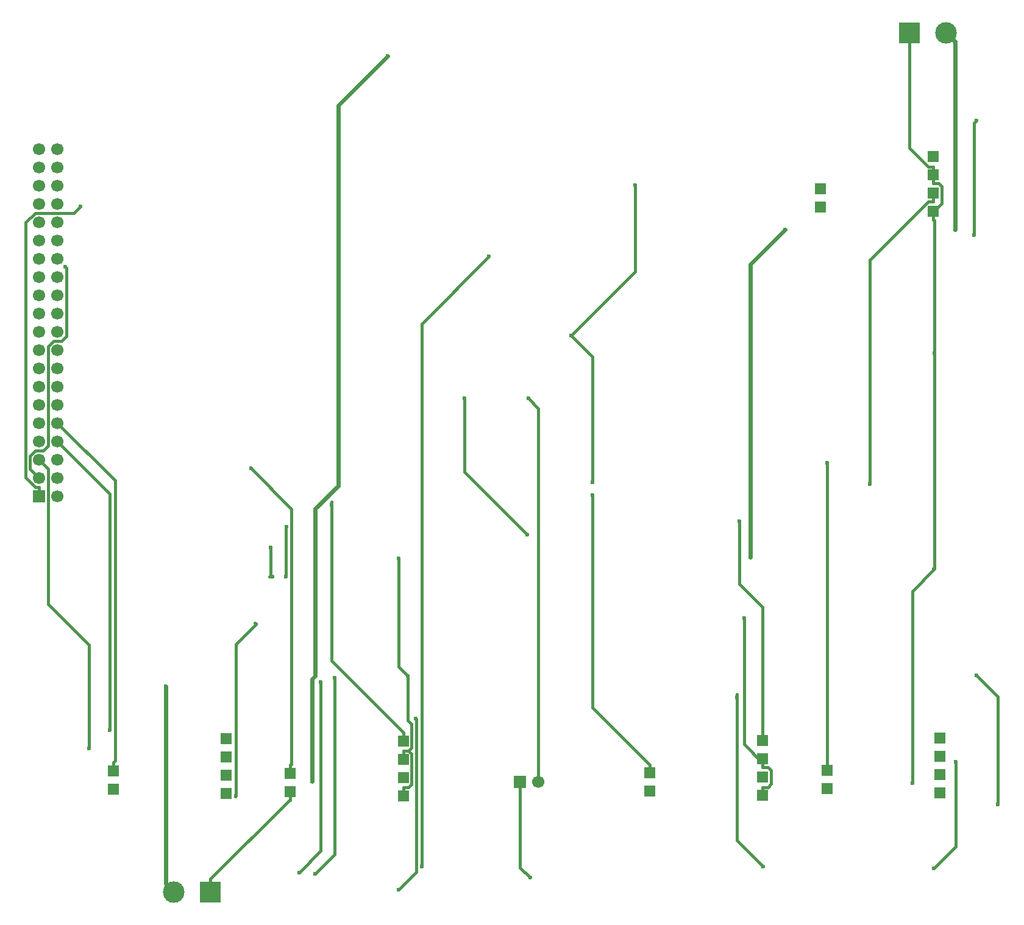
<source format=gbr>
%TF.GenerationSoftware,KiCad,Pcbnew,9.0.2*%
%TF.CreationDate,2025-07-16T23:03:39+02:00*%
%TF.ProjectId,cargo-vent_cargo-smoke,63617267-6f2d-4766-956e-745f63617267,rev?*%
%TF.SameCoordinates,Original*%
%TF.FileFunction,Copper,L2,Bot*%
%TF.FilePolarity,Positive*%
%FSLAX46Y46*%
G04 Gerber Fmt 4.6, Leading zero omitted, Abs format (unit mm)*
G04 Created by KiCad (PCBNEW 9.0.2) date 2025-07-16 23:03:39*
%MOMM*%
%LPD*%
G01*
G04 APERTURE LIST*
%TA.AperFunction,ComponentPad*%
%ADD10R,1.500000X1.500000*%
%TD*%
%TA.AperFunction,ComponentPad*%
%ADD11R,3.000000X3.000000*%
%TD*%
%TA.AperFunction,ComponentPad*%
%ADD12C,3.000000*%
%TD*%
%TA.AperFunction,ComponentPad*%
%ADD13C,1.700000*%
%TD*%
%TA.AperFunction,ComponentPad*%
%ADD14R,1.700000X1.700000*%
%TD*%
%TA.AperFunction,ViaPad*%
%ADD15C,0.600000*%
%TD*%
%TA.AperFunction,Conductor*%
%ADD16C,0.400000*%
%TD*%
%TA.AperFunction,Conductor*%
%ADD17C,0.600000*%
%TD*%
G04 APERTURE END LIST*
D10*
%TO.P,KR5,1,+5V_TOP_LED*%
%TO.N,unconnected-(KR5-+5V_TOP_LED-Pad1)*%
X268175000Y-205050000D03*
%TO.P,KR5,2,GND_TOP_LED*%
%TO.N,unconnected-(KR5-GND_TOP_LED-Pad2)*%
X268175000Y-207590000D03*
%TO.P,KR5,3,+5V_BOTTOM_LED*%
%TO.N,unconnected-(KR5-+5V_BOTTOM_LED-Pad3)*%
X268175000Y-210130000D03*
%TO.P,KR5,4,GND_BOTTOM_LED*%
%TO.N,unconnected-(KR5-GND_BOTTOM_LED-Pad4)*%
X268175000Y-212670000D03*
%TO.P,KR5,5,SW_IN*%
%TO.N,Net-(J2-Pin_12)*%
X252475000Y-209550000D03*
%TO.P,KR5,6,SW_OUT*%
%TO.N,GND*%
X252475000Y-212090000D03*
%TD*%
%TO.P,KR4,1,+5V_TOP_LED*%
%TO.N,unconnected-(KR4-+5V_TOP_LED-Pad1)*%
X169025000Y-205125000D03*
%TO.P,KR4,2,GND_TOP_LED*%
%TO.N,unconnected-(KR4-GND_TOP_LED-Pad2)*%
X169025000Y-207665000D03*
%TO.P,KR4,3,+5V_BOTTOM_LED*%
%TO.N,unconnected-(KR4-+5V_BOTTOM_LED-Pad3)*%
X169025000Y-210205000D03*
%TO.P,KR4,4,GND_BOTTOM_LED*%
%TO.N,unconnected-(KR4-GND_BOTTOM_LED-Pad4)*%
X169025000Y-212745000D03*
%TO.P,KR4,5,SW_IN*%
%TO.N,Net-(J2-Pin_10)*%
X153325000Y-209625000D03*
%TO.P,KR4,6,SW_OUT*%
%TO.N,GND*%
X153325000Y-212165000D03*
%TD*%
D11*
%TO.P,J3,1,Pin_1*%
%TO.N,GND*%
X166865000Y-226475000D03*
D12*
%TO.P,J3,2,Pin_2*%
%TO.N,+12V*%
X161785000Y-226475000D03*
%TD*%
D13*
%TO.P,J2,40,Pin_40*%
%TO.N,unconnected-(J2-Pin_40-Pad40)*%
X145600000Y-123165000D03*
%TO.P,J2,39,Pin_39*%
%TO.N,unconnected-(J2-Pin_39-Pad39)*%
X143060000Y-123165000D03*
%TO.P,J2,38,Pin_38*%
%TO.N,unconnected-(J2-Pin_38-Pad38)*%
X145600000Y-125705000D03*
%TO.P,J2,37,Pin_37*%
%TO.N,unconnected-(J2-Pin_37-Pad37)*%
X143060000Y-125705000D03*
%TO.P,J2,36,Pin_36*%
%TO.N,unconnected-(J2-Pin_36-Pad36)*%
X145600000Y-128245000D03*
%TO.P,J2,35,Pin_35*%
%TO.N,unconnected-(J2-Pin_35-Pad35)*%
X143060000Y-128245000D03*
%TO.P,J2,34,Pin_34*%
%TO.N,unconnected-(J2-Pin_34-Pad34)*%
X145600000Y-130785000D03*
%TO.P,J2,33,Pin_33*%
%TO.N,unconnected-(J2-Pin_33-Pad33)*%
X143060000Y-130785000D03*
%TO.P,J2,32,Pin_32*%
%TO.N,unconnected-(J2-Pin_32-Pad32)*%
X145600000Y-133325000D03*
%TO.P,J2,31,Pin_31*%
%TO.N,unconnected-(J2-Pin_31-Pad31)*%
X143060000Y-133325000D03*
%TO.P,J2,30,Pin_30*%
%TO.N,unconnected-(J2-Pin_30-Pad30)*%
X145600000Y-135865000D03*
%TO.P,J2,29,Pin_29*%
%TO.N,unconnected-(J2-Pin_29-Pad29)*%
X143060000Y-135865000D03*
%TO.P,J2,28,Pin_28*%
%TO.N,unconnected-(J2-Pin_28-Pad28)*%
X145600000Y-138405000D03*
%TO.P,J2,27,Pin_27*%
%TO.N,unconnected-(J2-Pin_27-Pad27)*%
X143060000Y-138405000D03*
%TO.P,J2,26,Pin_26*%
%TO.N,unconnected-(J2-Pin_26-Pad26)*%
X145600000Y-140945000D03*
%TO.P,J2,25,Pin_25*%
%TO.N,unconnected-(J2-Pin_25-Pad25)*%
X143060000Y-140945000D03*
%TO.P,J2,24,Pin_24*%
%TO.N,unconnected-(J2-Pin_24-Pad24)*%
X145600000Y-143485000D03*
%TO.P,J2,23,Pin_23*%
%TO.N,unconnected-(J2-Pin_23-Pad23)*%
X143060000Y-143485000D03*
%TO.P,J2,22,Pin_22*%
%TO.N,unconnected-(J2-Pin_22-Pad22)*%
X145600000Y-146025000D03*
%TO.P,J2,21,Pin_21*%
%TO.N,unconnected-(J2-Pin_21-Pad21)*%
X143060000Y-146025000D03*
%TO.P,J2,20,Pin_20*%
%TO.N,unconnected-(J2-Pin_20-Pad20)*%
X145600000Y-148565000D03*
%TO.P,J2,19,Pin_19*%
%TO.N,unconnected-(J2-Pin_19-Pad19)*%
X143060000Y-148565000D03*
%TO.P,J2,18,Pin_18*%
%TO.N,unconnected-(J2-Pin_18-Pad18)*%
X145600000Y-151105000D03*
%TO.P,J2,17,Pin_17*%
%TO.N,unconnected-(J2-Pin_17-Pad17)*%
X143060000Y-151105000D03*
%TO.P,J2,16,Pin_16*%
%TO.N,unconnected-(J2-Pin_16-Pad16)*%
X145600000Y-153645000D03*
%TO.P,J2,15,Pin_15*%
%TO.N,unconnected-(J2-Pin_15-Pad15)*%
X143060000Y-153645000D03*
%TO.P,J2,14,Pin_14*%
%TO.N,unconnected-(J2-Pin_14-Pad14)*%
X145600000Y-156185000D03*
%TO.P,J2,13,Pin_13*%
%TO.N,unconnected-(J2-Pin_13-Pad13)*%
X143060000Y-156185000D03*
%TO.P,J2,12,Pin_12*%
%TO.N,Net-(J2-Pin_12)*%
X145600000Y-158725000D03*
%TO.P,J2,11,Pin_11*%
%TO.N,Net-(J2-Pin_11)*%
X143060000Y-158725000D03*
%TO.P,J2,10,Pin_10*%
%TO.N,Net-(J2-Pin_10)*%
X145600000Y-161265000D03*
%TO.P,J2,9,Pin_9*%
%TO.N,Net-(J2-Pin_9)*%
X143060000Y-161265000D03*
%TO.P,J2,8,Pin_8*%
%TO.N,Net-(J2-Pin_8)*%
X145600000Y-163805000D03*
%TO.P,J2,7,Pin_7*%
%TO.N,Net-(J2-Pin_7)*%
X143060000Y-163805000D03*
%TO.P,J2,6,Pin_6*%
%TO.N,Net-(J2-Pin_6)*%
X145600000Y-166345000D03*
%TO.P,J2,5,Pin_5*%
%TO.N,Net-(J2-Pin_5)*%
X143060000Y-166345000D03*
%TO.P,J2,4,Pin_4*%
%TO.N,Net-(J2-Pin_4)*%
X145600000Y-168885000D03*
%TO.P,J2,3,Pin_3*%
%TO.N,Net-(J2-Pin_3)*%
X143060000Y-168885000D03*
%TO.P,J2,2,Pin_2*%
%TO.N,Net-(J2-Pin_2)*%
X145600000Y-171425000D03*
D14*
%TO.P,J2,1,Pin_1*%
%TO.N,Net-(J2-Pin_1)*%
X143060000Y-171425000D03*
%TD*%
D10*
%TO.P,KR1,1,+5V_TOP_LED*%
%TO.N,Net-(J2-Pin_1)*%
X267275000Y-124200000D03*
%TO.P,KR1,2,GND_TOP_LED*%
%TO.N,GND*%
X267275000Y-126740000D03*
%TO.P,KR1,3,+5V_BOTTOM_LED*%
%TO.N,Net-(J2-Pin_2)*%
X267275000Y-129280000D03*
%TO.P,KR1,4,GND_BOTTOM_LED*%
%TO.N,GND*%
X267275000Y-131820000D03*
%TO.P,KR1,5,SW_IN*%
%TO.N,Net-(J2-Pin_3)*%
X251575000Y-128700000D03*
%TO.P,KR1,6,SW_OUT*%
%TO.N,GND*%
X251575000Y-131240000D03*
%TD*%
D14*
%TO.P,J4,1,Pin_1*%
%TO.N,GND*%
X209875000Y-211175000D03*
D13*
%TO.P,J4,2,Pin_2*%
%TO.N,Net-(J2-Pin_11)*%
X212415000Y-211175000D03*
%TD*%
D10*
%TO.P,KR3,1,+5V_TOP_LED*%
%TO.N,Net-(J2-Pin_7)*%
X243550000Y-205400000D03*
%TO.P,KR3,2,GND_TOP_LED*%
%TO.N,GND*%
X243550000Y-207940000D03*
%TO.P,KR3,3,+5V_BOTTOM_LED*%
%TO.N,Net-(J2-Pin_8)*%
X243550000Y-210480000D03*
%TO.P,KR3,4,GND_BOTTOM_LED*%
%TO.N,GND*%
X243550000Y-213020000D03*
%TO.P,KR3,5,SW_IN*%
%TO.N,Net-(J2-Pin_9)*%
X227850000Y-209900000D03*
%TO.P,KR3,6,SW_OUT*%
%TO.N,GND*%
X227850000Y-212440000D03*
%TD*%
%TO.P,KR2,1,+5V_TOP_LED*%
%TO.N,Net-(J2-Pin_4)*%
X193650000Y-205450000D03*
%TO.P,KR2,2,GND_TOP_LED*%
%TO.N,GND*%
X193650000Y-207990000D03*
%TO.P,KR2,3,+5V_BOTTOM_LED*%
%TO.N,Net-(J2-Pin_5)*%
X193650000Y-210530000D03*
%TO.P,KR2,4,GND_BOTTOM_LED*%
%TO.N,GND*%
X193650000Y-213070000D03*
%TO.P,KR2,5,SW_IN*%
%TO.N,Net-(J2-Pin_6)*%
X177950000Y-209950000D03*
%TO.P,KR2,6,SW_OUT*%
%TO.N,GND*%
X177950000Y-212490000D03*
%TD*%
D11*
%TO.P,J1,1,Pin_1*%
%TO.N,GND*%
X263970000Y-106975000D03*
D12*
%TO.P,J1,2,Pin_2*%
%TO.N,+12V*%
X269050000Y-106975000D03*
%TD*%
D15*
%TO.N,Net-(J2-Pin_3)*%
X146683200Y-139488300D03*
%TO.N,Net-(J2-Pin_5)*%
X149948100Y-206513300D03*
%TO.N,Net-(J2-Pin_8)*%
X152854500Y-203963100D03*
%TO.N,Net-(J2-Pin_4)*%
X183680500Y-172646300D03*
%TO.N,Net-(J2-Pin_1)*%
X148771600Y-131106800D03*
%TO.N,Net-(J2-Pin_11)*%
X211000900Y-157829600D03*
%TO.N,Net-(J2-Pin_7)*%
X240353600Y-174931000D03*
%TO.N,Net-(J2-Pin_6)*%
X172478000Y-167579500D03*
%TO.N,Net-(J2-Pin_12)*%
X252487100Y-166737200D03*
%TO.N,Net-(J2-Pin_2)*%
X258413700Y-169706400D03*
%TO.N,Net-(J2-Pin_9)*%
X219890800Y-171291400D03*
%TO.N,GND*%
X211255200Y-224454200D03*
X194276400Y-196445000D03*
X216927500Y-149066300D03*
X219890800Y-169511400D03*
X267368100Y-181583200D03*
X264340300Y-211281700D03*
X193004300Y-180046400D03*
X267417600Y-151552800D03*
X240965300Y-188356600D03*
X225817400Y-128137600D03*
%TO.N,Net-(D40-K)*%
X196184400Y-222945600D03*
X205547100Y-138091000D03*
%TO.N,Net-(D39-K)*%
X267303600Y-223145900D03*
X270336800Y-208306000D03*
%TO.N,Net-(D37-K)*%
X276193500Y-214244400D03*
X273230200Y-196285900D03*
%TO.N,Net-(D32-K)*%
X243597200Y-222870900D03*
X239958800Y-199398400D03*
%TO.N,Net-(D25-K)*%
X195343600Y-202323000D03*
X193006900Y-226121200D03*
%TO.N,Net-(D23-K)*%
X181391800Y-223915100D03*
X184106200Y-196654100D03*
%TO.N,Net-(D22-K)*%
X179221700Y-223719200D03*
X182192800Y-197255600D03*
%TO.N,Net-(D21-K)*%
X175177900Y-178514600D03*
X175441300Y-182586400D03*
%TO.N,Net-(D20-K)*%
X170385700Y-213127400D03*
X173205400Y-189220100D03*
%TO.N,Net-(D16-K)*%
X177336500Y-182586400D03*
X177380600Y-175644800D03*
%TO.N,Net-(D13-K)*%
X202111000Y-157829600D03*
X210867100Y-176775200D03*
%TO.N,Net-(D10-K)*%
X273230200Y-119230000D03*
X272929000Y-135148400D03*
%TO.N,+12V*%
X184582100Y-169951400D03*
X181367900Y-196429200D03*
X160624800Y-197825500D03*
X180939500Y-211040300D03*
X270266900Y-134346700D03*
X191462500Y-110225000D03*
X246691900Y-134346700D03*
X241855000Y-179905600D03*
X181367900Y-178335600D03*
%TD*%
D16*
%TO.N,Net-(J2-Pin_3)*%
X146851700Y-139656800D02*
X146683200Y-139488300D01*
X146851700Y-149172600D02*
X146851700Y-139656800D01*
X146189300Y-149835000D02*
X146851700Y-149172600D01*
X145087900Y-149835000D02*
X146189300Y-149835000D01*
X144311700Y-150611200D02*
X145087900Y-149835000D01*
X144311700Y-164412100D02*
X144311700Y-150611200D01*
X143648800Y-165075000D02*
X144311700Y-164412100D01*
X142546400Y-165075000D02*
X143648800Y-165075000D01*
X141808300Y-165813100D02*
X142546400Y-165075000D01*
X141808300Y-167633300D02*
X141808300Y-165813100D01*
X143060000Y-168885000D02*
X141808300Y-167633300D01*
%TO.N,Net-(J2-Pin_5)*%
X149948100Y-192053800D02*
X149948100Y-206513300D01*
X144330000Y-186435700D02*
X149948100Y-192053800D01*
X144330000Y-167615000D02*
X144330000Y-186435700D01*
X143060000Y-166345000D02*
X144330000Y-167615000D01*
%TO.N,Net-(J2-Pin_8)*%
X152854500Y-171059500D02*
X145600000Y-163805000D01*
X152854500Y-203963100D02*
X152854500Y-171059500D01*
%TO.N,Net-(J2-Pin_4)*%
X183680500Y-194328800D02*
X193650000Y-204298300D01*
X183680500Y-172219500D02*
X183680500Y-194328800D01*
X193650000Y-205450000D02*
X193650000Y-204298300D01*
X183680500Y-172219500D02*
X183680500Y-172646300D01*
%TO.N,Net-(J2-Pin_1)*%
X143060000Y-171425000D02*
X143060000Y-170173300D01*
X147841700Y-132036700D02*
X148771600Y-131106800D01*
X142530500Y-132036700D02*
X147841700Y-132036700D01*
X141206600Y-133360600D02*
X142530500Y-132036700D01*
X141206600Y-168828800D02*
X141206600Y-133360600D01*
X142551100Y-170173300D02*
X141206600Y-168828800D01*
X143060000Y-170173300D02*
X142551100Y-170173300D01*
%TO.N,Net-(J2-Pin_10)*%
X153597500Y-208200800D02*
X153325000Y-208473300D01*
X153597500Y-169262500D02*
X153597500Y-208200800D01*
X145600000Y-161265000D02*
X153597500Y-169262500D01*
X153325000Y-209625000D02*
X153325000Y-208473300D01*
%TO.N,Net-(J2-Pin_11)*%
X212415000Y-159243700D02*
X212415000Y-211175000D01*
X211000900Y-157829600D02*
X212415000Y-159243700D01*
%TO.N,Net-(J2-Pin_7)*%
X243550000Y-186820700D02*
X243550000Y-205400000D01*
X240353600Y-183624300D02*
X243550000Y-186820700D01*
X240353600Y-174931000D02*
X240353600Y-183624300D01*
%TO.N,Net-(J2-Pin_6)*%
X177950000Y-209950000D02*
X177950000Y-208798300D01*
X178082300Y-173183800D02*
X172478000Y-167579500D01*
X178082300Y-208666000D02*
X178082300Y-173183800D01*
X177950000Y-208798300D02*
X178082300Y-208666000D01*
%TO.N,Net-(J2-Pin_12)*%
X252475000Y-166749300D02*
X252487100Y-166737200D01*
X252475000Y-209550000D02*
X252475000Y-166749300D01*
%TO.N,Net-(J2-Pin_2)*%
X266555200Y-130431700D02*
X267275000Y-130431700D01*
X258413700Y-138573200D02*
X266555200Y-130431700D01*
X258413700Y-169706400D02*
X258413700Y-138573200D01*
X267275000Y-129280000D02*
X267275000Y-130431700D01*
%TO.N,Net-(J2-Pin_9)*%
X227850000Y-209900000D02*
X227850000Y-208748300D01*
X219890800Y-200789100D02*
X219890800Y-171291400D01*
X227850000Y-208748300D02*
X219890800Y-200789100D01*
%TO.N,GND*%
X177796600Y-213641700D02*
X177950000Y-213641700D01*
X166865000Y-224573300D02*
X177796600Y-213641700D01*
X166865000Y-226475000D02*
X166865000Y-224573300D01*
X177950000Y-212490000D02*
X177950000Y-213641700D01*
X244269900Y-211868300D02*
X243550000Y-211868300D01*
X244701700Y-211436500D02*
X244269900Y-211868300D01*
X244701700Y-209523600D02*
X244701700Y-211436500D01*
X244269800Y-209091700D02*
X244701700Y-209523600D01*
X243550000Y-209091700D02*
X244269800Y-209091700D01*
X243550000Y-213020000D02*
X243550000Y-211868300D01*
X266555200Y-125588300D02*
X267275000Y-125588300D01*
X263970000Y-123003100D02*
X266555200Y-125588300D01*
X263970000Y-106975000D02*
X263970000Y-123003100D01*
X267275000Y-126740000D02*
X267275000Y-125588300D01*
X209875000Y-223074000D02*
X209875000Y-211175000D01*
X211255200Y-224454200D02*
X209875000Y-223074000D01*
X193650000Y-207990000D02*
X193650000Y-206838300D01*
X268426700Y-130668300D02*
X267275000Y-131820000D01*
X268426700Y-128323500D02*
X268426700Y-130668300D01*
X267994900Y-127891700D02*
X268426700Y-128323500D01*
X267275000Y-127891700D02*
X267994900Y-127891700D01*
X267275000Y-126740000D02*
X267275000Y-127891700D01*
X264340300Y-184611000D02*
X264340300Y-211281700D01*
X267368100Y-181583200D02*
X264340300Y-184611000D01*
X193650000Y-213070000D02*
X193650000Y-211918300D01*
X194369900Y-211918300D02*
X193650000Y-211918300D01*
X194801700Y-211486500D02*
X194369900Y-211918300D01*
X194801700Y-207270100D02*
X194801700Y-211486500D01*
X194369900Y-206838300D02*
X194801700Y-207270100D01*
X194369900Y-206838300D02*
X193650000Y-206838300D01*
X194801700Y-206406500D02*
X194369900Y-206838300D01*
X194801700Y-203086700D02*
X194801700Y-206406500D01*
X194276400Y-202561400D02*
X194801700Y-203086700D01*
X194276400Y-196445000D02*
X194276400Y-202561400D01*
X193004300Y-195172900D02*
X193004300Y-180046400D01*
X194276400Y-196445000D02*
X193004300Y-195172900D01*
X267417600Y-133114300D02*
X267275000Y-132971700D01*
X267417600Y-151552800D02*
X267417600Y-133114300D01*
X267275000Y-131820000D02*
X267275000Y-132971700D01*
X267417600Y-181533700D02*
X267417600Y-151552800D01*
X267368100Y-181583200D02*
X267417600Y-181533700D01*
X243550000Y-207940000D02*
X243550000Y-208515800D01*
X243550000Y-208515800D02*
X243550000Y-209091700D01*
X219890800Y-152029600D02*
X216927500Y-149066300D01*
X219890800Y-169511400D02*
X219890800Y-152029600D01*
X225817400Y-140176400D02*
X225817400Y-128137600D01*
X216927500Y-149066300D02*
X225817400Y-140176400D01*
X240965300Y-205931100D02*
X240965300Y-188356600D01*
X243550000Y-208515800D02*
X240965300Y-205931100D01*
%TO.N,Net-(D40-K)*%
X196184400Y-147453700D02*
X205547100Y-138091000D01*
X196184400Y-202461700D02*
X196184400Y-147453700D01*
X196194400Y-202471700D02*
X196184400Y-202461700D01*
X196194400Y-202471700D02*
X196184400Y-202461700D01*
X196194400Y-222935600D02*
X196194400Y-202471700D01*
X196184400Y-222945600D02*
X196194400Y-222935600D01*
%TO.N,Net-(D39-K)*%
X270336800Y-220112700D02*
X270336800Y-208306000D01*
X267303600Y-223145900D02*
X270336800Y-220112700D01*
%TO.N,Net-(D37-K)*%
X276193500Y-199249200D02*
X273230200Y-196285900D01*
X276193500Y-214244400D02*
X276193500Y-199249200D01*
%TO.N,Net-(D32-K)*%
X239958800Y-219232500D02*
X239958800Y-199398400D01*
X243597200Y-222870900D02*
X239958800Y-219232500D01*
X239958800Y-199398400D02*
X239958800Y-198916200D01*
X239958800Y-198916200D02*
X239958800Y-199398400D01*
X243597200Y-222870900D02*
X243597200Y-222871000D01*
X243597200Y-222871000D02*
X243597200Y-222870900D01*
%TO.N,Net-(D25-K)*%
X195418800Y-202398200D02*
X195343600Y-202323000D01*
X195418800Y-223709300D02*
X195418800Y-202398200D01*
X193006900Y-226121200D02*
X195418800Y-223709300D01*
%TO.N,Net-(D23-K)*%
X184106200Y-221200700D02*
X184106200Y-196654100D01*
X181391800Y-223915100D02*
X184106200Y-221200700D01*
%TO.N,Net-(D22-K)*%
X182192800Y-220748100D02*
X179221700Y-223719200D01*
X182192800Y-197255600D02*
X182192800Y-220748100D01*
%TO.N,Net-(D21-K)*%
X175177900Y-182323000D02*
X175177900Y-178514600D01*
X175441300Y-182586400D02*
X175177900Y-182323000D01*
X175441300Y-182586400D02*
X175068800Y-182586400D01*
X175068800Y-182586400D02*
X175441300Y-182586400D01*
X175177900Y-178514600D02*
X175177900Y-178925200D01*
X175177900Y-178925200D02*
X175177900Y-178514600D01*
%TO.N,Net-(D20-K)*%
X170385700Y-192039800D02*
X173205400Y-189220100D01*
X170385700Y-213127400D02*
X170385700Y-192039800D01*
X173205400Y-189220100D02*
X173004800Y-189019500D01*
X173004800Y-189019500D02*
X173205400Y-189220100D01*
X170385700Y-213127400D02*
X170302000Y-213211100D01*
X170302000Y-213211100D02*
X170385700Y-213127400D01*
%TO.N,Net-(D16-K)*%
X177336500Y-175688900D02*
X177380600Y-175644800D01*
X177336500Y-182586400D02*
X177336500Y-175688900D01*
X177380600Y-175644800D02*
X177336500Y-175688900D01*
X177336500Y-175688900D02*
X177380600Y-175644800D01*
%TO.N,Net-(D13-K)*%
X202111000Y-168019100D02*
X210867100Y-176775200D01*
X202111000Y-157829600D02*
X202111000Y-168019100D01*
%TO.N,Net-(D10-K)*%
X272929000Y-119531200D02*
X272929000Y-135148400D01*
X273230200Y-119230000D02*
X272929000Y-119531200D01*
D17*
%TO.N,+12V*%
X160624800Y-225314800D02*
X161785000Y-226475000D01*
X160624800Y-197825500D02*
X160624800Y-225314800D01*
X180939500Y-196857600D02*
X180939500Y-211040300D01*
X181367900Y-196429200D02*
X180939500Y-196857600D01*
X270266900Y-108191900D02*
X269050000Y-106975000D01*
X270266900Y-134346700D02*
X270266900Y-108191900D01*
X184582100Y-117105400D02*
X184582100Y-169951400D01*
X191462500Y-110225000D02*
X184582100Y-117105400D01*
X241855000Y-139183600D02*
X241855000Y-179905600D01*
X246691900Y-134346700D02*
X241855000Y-139183600D01*
X181367900Y-173165600D02*
X181367900Y-178335600D01*
X184582100Y-169951400D02*
X181367900Y-173165600D01*
X181367900Y-178335600D02*
X181367900Y-196429200D01*
%TD*%
M02*

</source>
